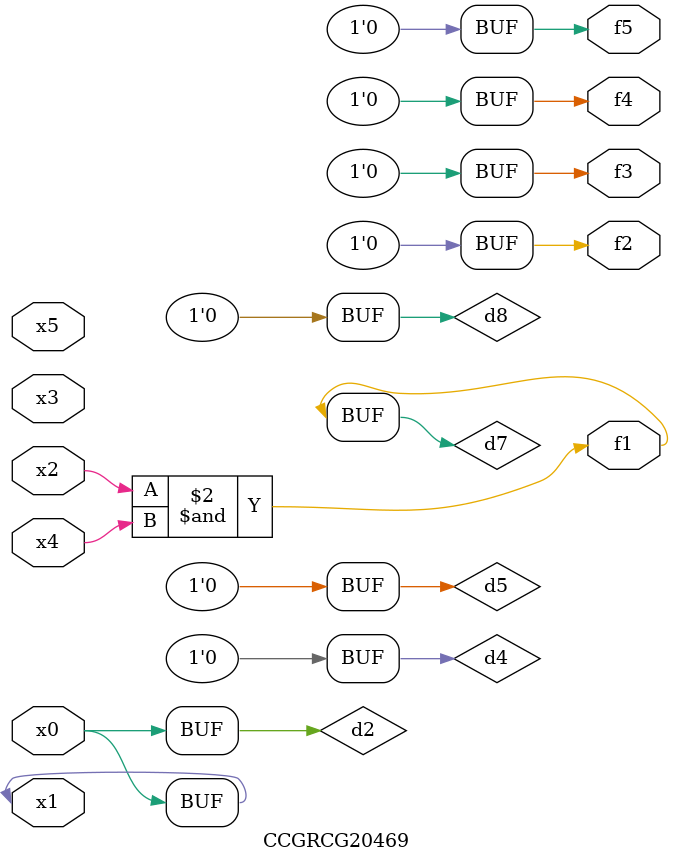
<source format=v>
module CCGRCG20469(
	input x0, x1, x2, x3, x4, x5,
	output f1, f2, f3, f4, f5
);

	wire d1, d2, d3, d4, d5, d6, d7, d8, d9;

	nand (d1, x1);
	buf (d2, x0, x1);
	nand (d3, x2, x4);
	and (d4, d1, d2);
	and (d5, d1, d2);
	nand (d6, d1, d3);
	not (d7, d3);
	xor (d8, d5);
	nor (d9, d5, d6);
	assign f1 = d7;
	assign f2 = d8;
	assign f3 = d8;
	assign f4 = d8;
	assign f5 = d8;
endmodule

</source>
